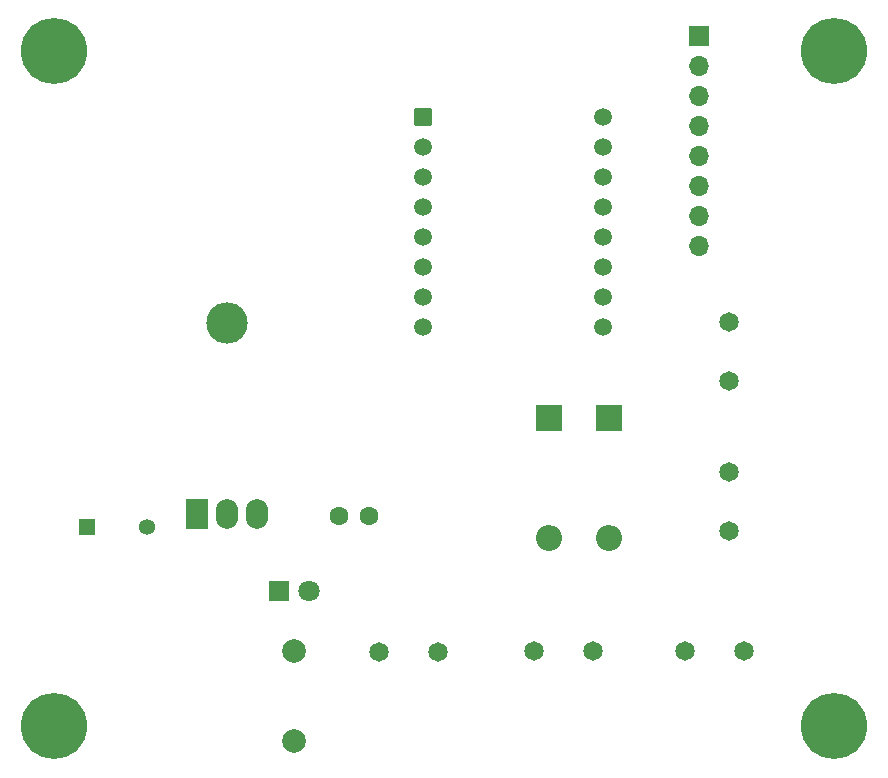
<source format=gbr>
%TF.GenerationSoftware,KiCad,Pcbnew,7.0.9*%
%TF.CreationDate,2025-08-15T16:53:55+02:00*%
%TF.ProjectId,Kicad_Projet_Sons_HW896_V2,4b696361-645f-4507-926f-6a65745f536f,rev?*%
%TF.SameCoordinates,Original*%
%TF.FileFunction,Soldermask,Bot*%
%TF.FilePolarity,Negative*%
%FSLAX46Y46*%
G04 Gerber Fmt 4.6, Leading zero omitted, Abs format (unit mm)*
G04 Created by KiCad (PCBNEW 7.0.9) date 2025-08-15 16:53:55*
%MOMM*%
%LPD*%
G01*
G04 APERTURE LIST*
G04 Aperture macros list*
%AMRoundRect*
0 Rectangle with rounded corners*
0 $1 Rounding radius*
0 $2 $3 $4 $5 $6 $7 $8 $9 X,Y pos of 4 corners*
0 Add a 4 corners polygon primitive as box body*
4,1,4,$2,$3,$4,$5,$6,$7,$8,$9,$2,$3,0*
0 Add four circle primitives for the rounded corners*
1,1,$1+$1,$2,$3*
1,1,$1+$1,$4,$5*
1,1,$1+$1,$6,$7*
1,1,$1+$1,$8,$9*
0 Add four rect primitives between the rounded corners*
20,1,$1+$1,$2,$3,$4,$5,0*
20,1,$1+$1,$4,$5,$6,$7,0*
20,1,$1+$1,$6,$7,$8,$9,0*
20,1,$1+$1,$8,$9,$2,$3,0*%
G04 Aperture macros list end*
%ADD10C,5.600000*%
%ADD11C,1.650000*%
%ADD12R,1.357000X1.357000*%
%ADD13C,1.357000*%
%ADD14O,1.900000X2.500000*%
%ADD15R,1.900000X2.500000*%
%ADD16O,3.500000X3.500000*%
%ADD17R,1.800000X1.800000*%
%ADD18C,1.800000*%
%ADD19R,2.200000X2.200000*%
%ADD20O,2.200000X2.200000*%
%ADD21R,1.700000X1.700000*%
%ADD22O,1.700000X1.700000*%
%ADD23C,2.000000*%
%ADD24C,1.600000*%
%ADD25RoundRect,0.102000X-0.654000X-0.654000X0.654000X-0.654000X0.654000X0.654000X-0.654000X0.654000X0*%
%ADD26C,1.512000*%
G04 APERTURE END LIST*
D10*
%TO.C,REF\u002A\u002A*%
X114270000Y-104150000D03*
%TD*%
%TO.C,REF\u002A\u002A*%
X180310000Y-104150000D03*
%TD*%
%TO.C,REF\u002A\u002A*%
X180310000Y-47000000D03*
%TD*%
%TO.C,REF\u002A\u002A*%
X114270000Y-47000000D03*
%TD*%
D11*
%TO.C,J6*%
X171420000Y-69940000D03*
X171420000Y-74940000D03*
%TD*%
%TO.C,J5*%
X171420000Y-87640000D03*
X171420000Y-82640000D03*
%TD*%
%TO.C,J4*%
X167690000Y-97800000D03*
X172690000Y-97800000D03*
%TD*%
%TO.C,J2*%
X154860000Y-97800000D03*
X159860000Y-97800000D03*
%TD*%
%TO.C,J1*%
X146730000Y-97850000D03*
X141730000Y-97850000D03*
%TD*%
D12*
%TO.C,C1*%
X117020000Y-87290000D03*
D13*
X122100000Y-87290000D03*
%TD*%
D14*
%TO.C,U1*%
X131440000Y-86190000D03*
X128900000Y-86190000D03*
D15*
X126360000Y-86190000D03*
D16*
X128900000Y-69990000D03*
%TD*%
D17*
%TO.C,D3*%
X133320000Y-92720000D03*
D18*
X135860000Y-92720000D03*
%TD*%
D19*
%TO.C,D1*%
X156180000Y-78000000D03*
D20*
X156180000Y-88160000D03*
%TD*%
D21*
%TO.C,J3*%
X168880000Y-45730000D03*
D22*
X168880000Y-48270000D03*
X168880000Y-50810000D03*
X168880000Y-53350000D03*
X168880000Y-55890000D03*
X168880000Y-58430000D03*
X168880000Y-60970000D03*
X168880000Y-63510000D03*
%TD*%
D23*
%TO.C,R1*%
X134590000Y-97800000D03*
X134590000Y-105420000D03*
%TD*%
D24*
%TO.C,C3*%
X138400000Y-86360000D03*
X140900000Y-86360000D03*
%TD*%
D25*
%TO.C,U2*%
X145470000Y-52520000D03*
D26*
X145470000Y-55060000D03*
X145470000Y-57600000D03*
X145470000Y-60140000D03*
X145470000Y-62680000D03*
X145470000Y-65220000D03*
X145470000Y-67760000D03*
X145470000Y-70300000D03*
X160710000Y-70300000D03*
X160710000Y-67760000D03*
X160710000Y-65220000D03*
X160710000Y-62680000D03*
X160710000Y-60140000D03*
X160710000Y-57600000D03*
X160710000Y-55060000D03*
X160710000Y-52520000D03*
%TD*%
D19*
%TO.C,D2*%
X161260000Y-78000000D03*
D20*
X161260000Y-88160000D03*
%TD*%
M02*

</source>
